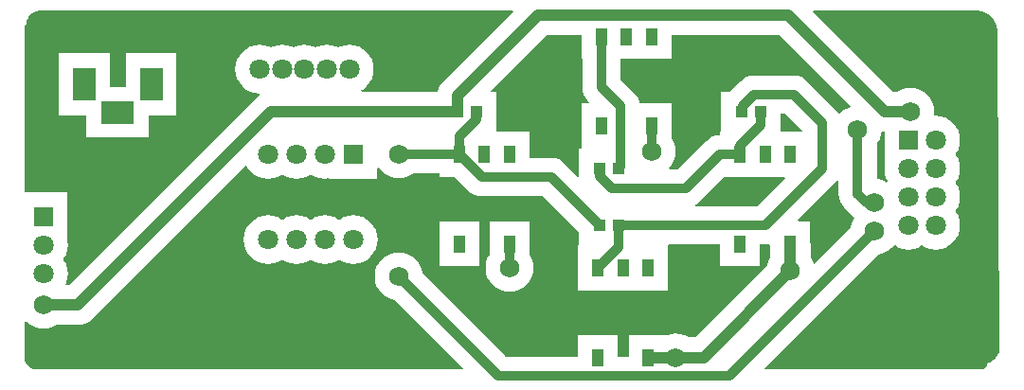
<source format=gtl>
G04*
G04 #@! TF.GenerationSoftware,Altium Limited,Altium Designer,18.1.9 (240)*
G04*
G04 Layer_Physical_Order=1*
G04 Layer_Color=255*
%FSLAX25Y25*%
%MOIN*%
G70*
G01*
G75*
%ADD12R,0.03937X0.05906*%
%ADD13R,0.04331X0.03937*%
%ADD21C,0.03400*%
%ADD22C,0.04000*%
%ADD23C,0.02000*%
%ADD24R,0.07087X0.07087*%
%ADD25C,0.07087*%
%ADD26R,0.07874X0.11811*%
%ADD27R,0.11811X0.07874*%
%ADD28C,0.06800*%
G36*
X176291Y130238D02*
X151680Y105627D01*
X150805Y104561D01*
X150155Y103345D01*
X149757Y102034D01*
X122903D01*
X122777Y102534D01*
X123391Y102862D01*
X124692Y103930D01*
X125760Y105231D01*
X126553Y106715D01*
X127042Y108325D01*
X127207Y110000D01*
X127042Y111675D01*
X126553Y113285D01*
X125760Y114769D01*
X124692Y116070D01*
X123391Y117138D01*
X121907Y117931D01*
X120297Y118420D01*
X118622Y118585D01*
X116947Y118420D01*
X115337Y117931D01*
X114685Y117583D01*
X114033Y117931D01*
X112423Y118420D01*
X110748Y118585D01*
X109073Y118420D01*
X107463Y117931D01*
X106811Y117583D01*
X106159Y117931D01*
X104549Y118420D01*
X102874Y118585D01*
X101199Y118420D01*
X99589Y117931D01*
X98937Y117583D01*
X98285Y117931D01*
X96675Y118420D01*
X95000Y118585D01*
X93325Y118420D01*
X91715Y117931D01*
X91063Y117583D01*
X90411Y117931D01*
X88801Y118420D01*
X87126Y118585D01*
X85451Y118420D01*
X83841Y117931D01*
X82357Y117138D01*
X81056Y116070D01*
X79988Y114769D01*
X79195Y113285D01*
X78706Y111675D01*
X78541Y110000D01*
X78706Y108325D01*
X79195Y106715D01*
X79988Y105231D01*
X81056Y103930D01*
X82357Y102862D01*
X83841Y102069D01*
X85451Y101580D01*
X87097Y101418D01*
X87129Y101377D01*
X87205Y100909D01*
X87092Y100848D01*
X86026Y99974D01*
X20087Y34034D01*
X19053D01*
X18796Y34463D01*
X18931Y34715D01*
X19420Y36325D01*
X19585Y38000D01*
X19420Y39675D01*
X18931Y41285D01*
X18138Y42769D01*
X17949Y43000D01*
X18138Y43231D01*
X18931Y44715D01*
X19420Y46325D01*
X19585Y48000D01*
X19451Y49355D01*
X19543Y49457D01*
X19543D01*
Y66543D01*
X4300D01*
Y125000D01*
Y125139D01*
X4407Y125397D01*
X4603Y125593D01*
X4861Y125700D01*
X5000D01*
Y126192D01*
X5192Y127158D01*
X5569Y128068D01*
X6116Y128887D01*
X6813Y129584D01*
X7632Y130131D01*
X8541Y130508D01*
X9507Y130700D01*
X176099D01*
X176291Y130238D01*
D02*
G37*
G36*
X294988Y97064D02*
X294867Y96579D01*
X294270Y96398D01*
X292811Y95618D01*
X291532Y94568D01*
X291365Y94366D01*
X290767Y94424D01*
X290598Y94740D01*
X289760Y95761D01*
X279761Y105761D01*
X278740Y106598D01*
X277576Y107220D01*
X276313Y107603D01*
X275000Y107732D01*
X261000D01*
X259687Y107603D01*
X258424Y107220D01*
X257260Y106598D01*
X256240Y105761D01*
X252447Y101969D01*
X249488D01*
Y88032D01*
X249173Y87953D01*
Y86732D01*
X249000D01*
X247687Y86603D01*
X246424Y86220D01*
X245260Y85598D01*
X244239Y84760D01*
X234211Y74732D01*
X231370D01*
X231133Y75232D01*
X232018Y76311D01*
X232798Y77770D01*
X233278Y79353D01*
X233441Y81000D01*
X233278Y82647D01*
X232798Y84230D01*
X232018Y85689D01*
X231968Y85750D01*
Y97953D01*
X220639D01*
X220603Y98313D01*
X220220Y99576D01*
X219598Y100740D01*
X218760Y101760D01*
X214016Y106505D01*
Y113543D01*
X231968D01*
Y121966D01*
X270087D01*
X294988Y97064D01*
D02*
G37*
G36*
X278026Y88453D02*
X277819Y87953D01*
X270979D01*
X270512Y88032D01*
Y94268D01*
X272211D01*
X278026Y88453D01*
D02*
G37*
G36*
X200315Y113543D02*
X200551D01*
Y103717D01*
X200680Y102403D01*
X201063Y101140D01*
X201686Y99976D01*
X202523Y98956D01*
X203064Y98415D01*
X202873Y97953D01*
X200315D01*
Y82047D01*
X199848Y81968D01*
X199488D01*
Y72340D01*
X199026Y72148D01*
X194414Y76761D01*
X193394Y77598D01*
X192230Y78220D01*
X190967Y78603D01*
X189654Y78732D01*
X181968D01*
Y87953D01*
X170979D01*
X170512Y88032D01*
Y101969D01*
X168569D01*
X168378Y102430D01*
X187914Y121966D01*
X200315D01*
Y113543D01*
D02*
G37*
G36*
X306929Y87973D02*
Y76496D01*
X306929D01*
X307021Y76394D01*
X306888Y75039D01*
X307053Y73365D01*
X307541Y71754D01*
X308184Y70552D01*
X307814Y70183D01*
X306663Y70798D01*
X305080Y71279D01*
X304232Y71362D01*
Y83562D01*
X304518Y83911D01*
X305298Y85370D01*
X305779Y86953D01*
X305889Y88076D01*
X306929Y87973D01*
D02*
G37*
G36*
X272025Y71585D02*
X262172Y61732D01*
X240548D01*
X240423Y62232D01*
X240740Y62402D01*
X241760Y63240D01*
X250568Y72047D01*
X271833D01*
X272025Y71585D01*
D02*
G37*
G36*
X339000Y130700D02*
X339000Y130700D01*
X339758Y130700D01*
X341246Y130404D01*
X342647Y129824D01*
X343908Y128981D01*
X344981Y127908D01*
X345824Y126647D01*
X346404Y125246D01*
X346700Y123758D01*
X346700Y123000D01*
X346700Y120200D01*
X347500Y12300D01*
Y11670D01*
X347254Y10433D01*
X346772Y9268D01*
X346071Y8220D01*
X345638Y7787D01*
X345207Y7621D01*
X345207Y7621D01*
X344788Y7235D01*
X344787Y7234D01*
X344237Y6862D01*
X343842Y6594D01*
X343001Y6242D01*
X342759Y6147D01*
X342414Y6078D01*
X341944Y5983D01*
X341603Y5925D01*
X341100Y5900D01*
X341730Y5900D01*
X341778Y5909D01*
X342552Y6063D01*
X342865Y6126D01*
X343005Y6089D01*
X343177Y5557D01*
X341842Y4200D01*
X264807D01*
X264616Y4662D01*
X304632Y44677D01*
X305080Y44721D01*
X306663Y45202D01*
X308122Y45982D01*
X309401Y47032D01*
X310352Y48190D01*
X310703Y47901D01*
X312187Y47108D01*
X313798Y46620D01*
X315472Y46455D01*
X317147Y46620D01*
X318758Y47108D01*
X320216Y47888D01*
X321675Y47108D01*
X323286Y46620D01*
X324961Y46455D01*
X326635Y46620D01*
X328246Y47108D01*
X329730Y47901D01*
X331031Y48969D01*
X332099Y50270D01*
X332892Y51754D01*
X333380Y53365D01*
X333545Y55039D01*
X333380Y56714D01*
X332892Y58325D01*
X332099Y59809D01*
X331909Y60039D01*
X332099Y60270D01*
X332892Y61754D01*
X333380Y63365D01*
X333545Y65039D01*
X333380Y66714D01*
X332892Y68325D01*
X332099Y69809D01*
X331909Y70039D01*
X332099Y70270D01*
X332892Y71754D01*
X333380Y73365D01*
X333545Y75039D01*
X333380Y76714D01*
X332892Y78325D01*
X332099Y79809D01*
X331909Y80039D01*
X332099Y80270D01*
X332892Y81754D01*
X333380Y83365D01*
X333545Y85039D01*
X333380Y86714D01*
X332892Y88325D01*
X332099Y89809D01*
X331031Y91110D01*
X329730Y92177D01*
X328246Y92971D01*
X326635Y93459D01*
X324961Y93624D01*
X324691Y93597D01*
X324337Y93951D01*
X324441Y95000D01*
X324278Y96647D01*
X323798Y98230D01*
X323018Y99689D01*
X321968Y100968D01*
X320689Y102018D01*
X319230Y102798D01*
X317647Y103279D01*
X316000Y103441D01*
X314353Y103279D01*
X312770Y102798D01*
X311340Y102034D01*
X309913D01*
X281709Y130238D01*
X281901Y130700D01*
X339000D01*
X339000Y130700D01*
D02*
G37*
G36*
X290768Y70718D02*
Y66100D01*
X290897Y64787D01*
X291280Y63524D01*
X291902Y62360D01*
X292740Y61339D01*
X295840Y58240D01*
X296407Y57774D01*
X296415Y57689D01*
X295635Y56230D01*
X295155Y54647D01*
X295111Y54198D01*
X282379Y41467D01*
X281894Y41589D01*
X281656Y42372D01*
X280892Y43802D01*
Y48504D01*
X280827Y49168D01*
Y56457D01*
X276592D01*
X276400Y56919D01*
X289760Y70279D01*
X290268Y70897D01*
X290768Y70718D01*
D02*
G37*
G36*
X82473Y75958D02*
X82862Y75231D01*
X83930Y73930D01*
X85231Y72862D01*
X86715Y72069D01*
X88325Y71580D01*
X90000Y71415D01*
X91675Y71580D01*
X93285Y72069D01*
X94769Y72862D01*
X95000Y73051D01*
X95231Y72862D01*
X96715Y72069D01*
X98325Y71580D01*
X100000Y71415D01*
X101675Y71580D01*
X103285Y72069D01*
X104769Y72862D01*
X105000Y73051D01*
X105231Y72862D01*
X106715Y72069D01*
X108325Y71580D01*
X110000Y71415D01*
X111355Y71549D01*
X111457Y71457D01*
Y71457D01*
X128543D01*
Y75165D01*
X129043Y75236D01*
X130032Y74032D01*
X131311Y72982D01*
X132770Y72202D01*
X134353Y71722D01*
X136000Y71559D01*
X137647Y71722D01*
X139230Y72202D01*
X140689Y72982D01*
X141037Y73268D01*
X150315D01*
Y72047D01*
X155715D01*
X160523Y67239D01*
X161543Y66402D01*
X162707Y65780D01*
X163970Y65397D01*
X165284Y65268D01*
X186865D01*
X199488Y52644D01*
Y48031D01*
X199173Y47953D01*
Y32047D01*
X230827D01*
Y47953D01*
X231196Y48268D01*
X249173D01*
Y40551D01*
X263110D01*
Y48268D01*
X264961D01*
X266274Y48397D01*
X266324Y48412D01*
X266824Y48041D01*
Y43802D01*
X266060Y42372D01*
X265589Y40820D01*
X240307Y15538D01*
X238164D01*
X236734Y16302D01*
X235151Y16782D01*
X233504Y16945D01*
X231857Y16782D01*
X230784Y16457D01*
X216890D01*
Y9168D01*
X216847Y8732D01*
X213110D01*
Y16457D01*
X199173D01*
Y8732D01*
X173789D01*
X144323Y38199D01*
X144279Y38647D01*
X143798Y40230D01*
X143018Y41689D01*
X141968Y42968D01*
X140689Y44018D01*
X139230Y44798D01*
X137647Y45278D01*
X136000Y45441D01*
X134353Y45278D01*
X132770Y44798D01*
X131311Y44018D01*
X130032Y42968D01*
X128982Y41689D01*
X128202Y40230D01*
X127722Y38647D01*
X127559Y37000D01*
X127722Y35353D01*
X128202Y33770D01*
X128982Y32311D01*
X130032Y31032D01*
X131311Y29982D01*
X132770Y29202D01*
X134353Y28721D01*
X134801Y28677D01*
X158817Y4662D01*
X158626Y4200D01*
X9200D01*
X9200Y4200D01*
X8717Y4200D01*
X7771Y4388D01*
X6879Y4758D01*
X6076Y5294D01*
X5394Y5976D01*
X4858Y6779D01*
X4488Y7671D01*
X4300Y8617D01*
X4300Y9100D01*
Y21181D01*
X4771Y21349D01*
X5032Y21032D01*
X6311Y19982D01*
X7770Y19202D01*
X9353Y18722D01*
X11000Y18559D01*
X12647Y18722D01*
X14230Y19202D01*
X15660Y19966D01*
X23000D01*
X24372Y20101D01*
X25692Y20502D01*
X26908Y21152D01*
X27974Y22026D01*
X81979Y76031D01*
X82473Y75958D01*
D02*
G37*
%LPC*%
G36*
X57874Y115591D02*
X40000D01*
Y103740D01*
X34252D01*
Y115591D01*
X16378D01*
Y93779D01*
X26181D01*
Y85866D01*
X47992D01*
Y93779D01*
X57874D01*
Y115591D01*
D02*
G37*
G36*
X120000Y58585D02*
X118325Y58420D01*
X116715Y57931D01*
X115231Y57138D01*
X115000Y56949D01*
X114769Y57138D01*
X113285Y57931D01*
X111675Y58420D01*
X110000Y58585D01*
X108325Y58420D01*
X106715Y57931D01*
X105231Y57138D01*
X105000Y56949D01*
X104769Y57138D01*
X103285Y57931D01*
X101675Y58420D01*
X100000Y58585D01*
X98325Y58420D01*
X96715Y57931D01*
X95231Y57138D01*
X95000Y56949D01*
X94769Y57138D01*
X93285Y57931D01*
X91675Y58420D01*
X90000Y58585D01*
X88325Y58420D01*
X86715Y57931D01*
X85231Y57138D01*
X83930Y56070D01*
X82862Y54769D01*
X82069Y53285D01*
X81580Y51675D01*
X81415Y50000D01*
X81580Y48325D01*
X82069Y46715D01*
X82862Y45231D01*
X83930Y43930D01*
X85231Y42862D01*
X86715Y42069D01*
X88325Y41580D01*
X90000Y41415D01*
X91675Y41580D01*
X93285Y42069D01*
X94769Y42862D01*
X95000Y43051D01*
X95231Y42862D01*
X96715Y42069D01*
X98325Y41580D01*
X100000Y41415D01*
X101675Y41580D01*
X103285Y42069D01*
X104769Y42862D01*
X105000Y43051D01*
X105231Y42862D01*
X106715Y42069D01*
X108325Y41580D01*
X110000Y41415D01*
X111675Y41580D01*
X113285Y42069D01*
X114769Y42862D01*
X115000Y43051D01*
X115231Y42862D01*
X116715Y42069D01*
X118325Y41580D01*
X120000Y41415D01*
X121675Y41580D01*
X123285Y42069D01*
X124769Y42862D01*
X126070Y43930D01*
X127138Y45231D01*
X127931Y46715D01*
X128420Y48325D01*
X128585Y50000D01*
X128420Y51675D01*
X127931Y53285D01*
X127138Y54769D01*
X126070Y56070D01*
X124769Y57138D01*
X123285Y57931D01*
X121675Y58420D01*
X120000Y58585D01*
D02*
G37*
G36*
X164252Y56457D02*
X150315D01*
Y40551D01*
X164252D01*
Y56457D01*
D02*
G37*
G36*
X181968D02*
X168032D01*
Y44750D01*
X167982Y44689D01*
X167202Y43230D01*
X166721Y41647D01*
X166559Y40000D01*
X166721Y38353D01*
X167202Y36770D01*
X167982Y35311D01*
X169032Y34032D01*
X170311Y32982D01*
X171770Y32202D01*
X173353Y31721D01*
X175000Y31559D01*
X176647Y31721D01*
X178230Y32202D01*
X179689Y32982D01*
X180968Y34032D01*
X182018Y35311D01*
X182798Y36770D01*
X183279Y38353D01*
X183441Y40000D01*
X183279Y41647D01*
X182798Y43230D01*
X182018Y44689D01*
X181968Y44750D01*
Y56457D01*
D02*
G37*
%LPD*%
D12*
X175000Y80000D02*
D03*
X157283D02*
D03*
Y48504D02*
D03*
X175000D02*
D03*
X166142Y80000D02*
D03*
X223858Y40000D02*
D03*
X206142D02*
D03*
Y8504D02*
D03*
X223858D02*
D03*
X215000Y40000D02*
D03*
X273858Y80000D02*
D03*
X256142D02*
D03*
Y48504D02*
D03*
X273858D02*
D03*
X265000Y80000D02*
D03*
X225000Y121496D02*
D03*
X207283D02*
D03*
Y90000D02*
D03*
X225000D02*
D03*
X216142Y121496D02*
D03*
D13*
X213347Y55000D02*
D03*
X206653D02*
D03*
X163347Y95000D02*
D03*
X156653D02*
D03*
X263347D02*
D03*
X256653D02*
D03*
X213347Y75000D02*
D03*
X206653D02*
D03*
D21*
X297500Y66100D02*
Y88600D01*
Y66100D02*
X300600Y63000D01*
X303433D01*
X157283Y82000D02*
Y86283D01*
X163347Y92347D02*
Y95000D01*
X157283Y86283D02*
X163347Y92347D01*
X275000Y101000D02*
X285000Y91000D01*
Y75039D02*
Y91000D01*
X264961Y55000D02*
X285000Y75039D01*
X136000Y37000D02*
X137000D01*
X171000Y2000D02*
X252433D01*
X136000Y37000D02*
X171000Y2000D01*
X252433D02*
X303433Y53000D01*
X225000Y81000D02*
Y90000D01*
X303000Y53000D02*
X303433D01*
X263347Y90346D02*
Y95000D01*
X256142Y83142D02*
X263347Y90346D01*
X256142Y80000D02*
Y83142D01*
X249000Y80000D02*
X256142D01*
X237000Y68000D02*
X249000Y80000D01*
X211000Y68000D02*
X237000D01*
X206653Y72347D02*
X211000Y68000D01*
X206653Y72347D02*
Y75000D01*
X213347Y55000D02*
X264961D01*
X261000Y101000D02*
X275000D01*
X257000Y97000D02*
X261000Y101000D01*
X257000Y95346D02*
Y97000D01*
X213347Y47205D02*
Y55000D01*
X206142Y40000D02*
X213347Y47205D01*
X214000Y75653D02*
Y97000D01*
X207283Y103717D02*
X214000Y97000D01*
X207283Y103717D02*
Y121496D01*
X136000Y80000D02*
X157283D01*
X165284Y72000D01*
X189654D01*
X206653Y55000D01*
X175000Y40000D02*
Y48504D01*
D22*
X233504Y8504D02*
X243220D01*
X273858Y39142D01*
X307000Y95000D02*
X316000D01*
X223858Y8504D02*
X233504D01*
X273858Y39142D02*
Y48504D01*
X11000Y27000D02*
X23000D01*
X91000Y95000D01*
X273000Y129000D02*
X307000Y95000D01*
X185000Y129000D02*
X273000D01*
X156653Y100654D02*
X185000Y129000D01*
X156653Y95000D02*
Y100654D01*
X91000Y95000D02*
X156653D01*
D23*
X25315Y104685D02*
X27205D01*
D24*
X11000Y58000D02*
D03*
X315472Y85039D02*
D03*
X120000Y80000D02*
D03*
D25*
X11000Y48000D02*
D03*
Y38000D02*
D03*
X95000Y110000D02*
D03*
X87126D02*
D03*
X102874D02*
D03*
X110748D02*
D03*
X118622D02*
D03*
X324961Y65039D02*
D03*
Y55039D02*
D03*
Y75039D02*
D03*
Y85039D02*
D03*
X315472Y75039D02*
D03*
Y55039D02*
D03*
Y65039D02*
D03*
X90000Y50000D02*
D03*
X100000D02*
D03*
X110000D02*
D03*
X120000D02*
D03*
X90000Y80000D02*
D03*
X100000D02*
D03*
X110000D02*
D03*
D26*
X48937Y104685D02*
D03*
X25315D02*
D03*
D27*
X37087Y94803D02*
D03*
D28*
X297500Y88600D02*
D03*
X303433Y63000D02*
D03*
X316000Y95000D02*
D03*
X136000Y80000D02*
D03*
Y37000D02*
D03*
X233504Y8504D02*
D03*
X225000Y81000D02*
D03*
X273858Y39142D02*
D03*
X303433Y53000D02*
D03*
X11000Y27000D02*
D03*
X175000Y40000D02*
D03*
M02*

</source>
